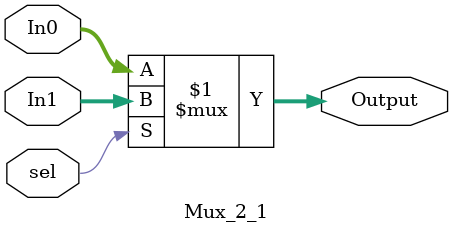
<source format=v>
/******************************************************************
* Description
*	Mux 2 to 1
* Version:
*	1.0
* Author:
*	Jesus Martin Barroso
* email:
*	jesus.martin@iteso.mx
* Date:
*	20/02/2021
******************************************************************/
module Mux_2_1
#(
	parameter NBits=32
)
(
	input sel,
	input [NBits-1:0] In0,
	input [NBits-1:0] In1,
	
	output[NBits-1:0] Output

);

   assign Output = sel ? In1 : In0;

endmodule

</source>
